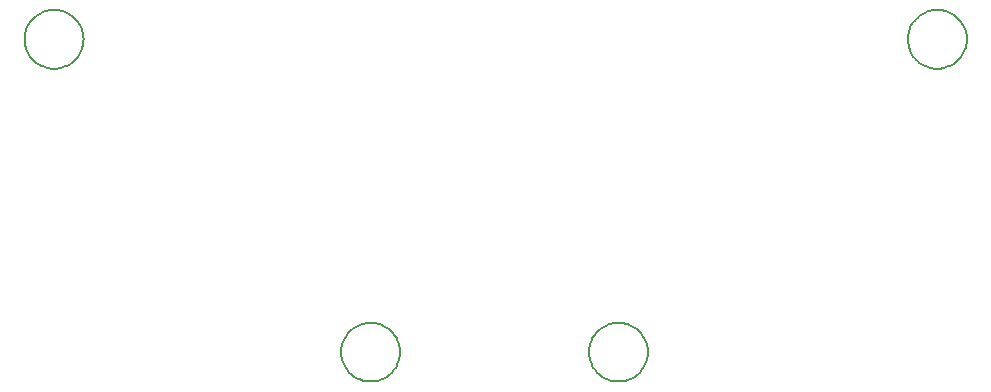
<source format=gko>
%FSTAX23Y23*%
%MOIN*%
%SFA1B1*%

%IPPOS*%
%ADD39C,0.008000*%
%LNpendulum-1*%
%LPD*%
G54D39*
X03287Y00689D02*
D01*
X03286Y00695*
X03286Y00702*
X03284Y00709*
X03283Y00716*
X03281Y00722*
X03278Y00728*
X03275Y00735*
X03272Y0074*
X03268Y00746*
X03264Y00751*
X03259Y00757*
X03254Y00761*
X03249Y00766*
X03243Y0077*
X03238Y00773*
X03231Y00777*
X03225Y00779*
X03219Y00782*
X03212Y00784*
X03206Y00785*
X03199Y00786*
X03192Y00786*
X03185*
X03178Y00786*
X03171Y00785*
X03165Y00784*
X03158Y00782*
X03152Y00779*
X03146Y00777*
X0314Y00773*
X03134Y0077*
X03128Y00766*
X03123Y00761*
X03118Y00757*
X03113Y00751*
X03109Y00746*
X03105Y0074*
X03102Y00735*
X03099Y00728*
X03096Y00722*
X03094Y00716*
X03093Y00709*
X03091Y00702*
X03091Y00695*
X03091Y00689*
X03091Y00682*
X03091Y00675*
X03093Y00668*
X03094Y00661*
X03096Y00655*
X03099Y00649*
X03102Y00642*
X03105Y00637*
X03109Y00631*
X03113Y00626*
X03118Y0062*
X03123Y00616*
X03128Y00611*
X03134Y00607*
X0314Y00604*
X03146Y006*
X03152Y00598*
X03158Y00595*
X03165Y00593*
X03171Y00592*
X03178Y00591*
X03185Y00591*
X03192*
X03199Y00591*
X03206Y00592*
X03212Y00593*
X03219Y00595*
X03225Y00598*
X03231Y006*
X03238Y00604*
X03243Y00607*
X03249Y00611*
X03254Y00616*
X03259Y0062*
X03264Y00626*
X03268Y00631*
X03272Y00637*
X03275Y00642*
X03278Y00649*
X03281Y00655*
X03283Y00661*
X03284Y00668*
X03286Y00675*
X03286Y00682*
X03287Y00689*
X02461D02*
D01*
X0246Y00695*
X0246Y00702*
X02458Y00709*
X02457Y00716*
X02455Y00722*
X02452Y00728*
X02449Y00735*
X02446Y0074*
X02442Y00746*
X02438Y00751*
X02433Y00757*
X02428Y00761*
X02423Y00766*
X02417Y0077*
X02412Y00773*
X02405Y00777*
X02399Y00779*
X02393Y00782*
X02386Y00784*
X0238Y00785*
X02373Y00786*
X02366Y00786*
X02359*
X02352Y00786*
X02345Y00785*
X02339Y00784*
X02332Y00782*
X02326Y00779*
X0232Y00777*
X02314Y00773*
X02308Y0077*
X02302Y00766*
X02297Y00761*
X02292Y00757*
X02287Y00751*
X02283Y00746*
X02279Y0074*
X02276Y00735*
X02273Y00728*
X0227Y00722*
X02268Y00716*
X02267Y00709*
X02265Y00702*
X02265Y00695*
X02265Y00689*
X02265Y00682*
X02265Y00675*
X02267Y00668*
X02268Y00661*
X0227Y00655*
X02273Y00649*
X02276Y00642*
X02279Y00637*
X02283Y00631*
X02287Y00626*
X02292Y0062*
X02297Y00616*
X02302Y00611*
X02308Y00607*
X02314Y00604*
X0232Y006*
X02326Y00598*
X02332Y00595*
X02339Y00593*
X02345Y00592*
X02352Y00591*
X02359Y00591*
X02366*
X02373Y00591*
X0238Y00592*
X02386Y00593*
X02393Y00595*
X02399Y00598*
X02405Y006*
X02412Y00604*
X02417Y00607*
X02423Y00611*
X02428Y00616*
X02433Y0062*
X02438Y00626*
X02442Y00631*
X02446Y00637*
X02449Y00642*
X02452Y00649*
X02455Y00655*
X02457Y00661*
X02458Y00668*
X0246Y00675*
X0246Y00682*
X02461Y00689*
X01406Y01732D02*
D01*
X01405Y01738*
X01405Y01745*
X01403Y01752*
X01402Y01759*
X014Y01765*
X01397Y01771*
X01394Y01778*
X01391Y01783*
X01387Y01789*
X01383Y01794*
X01378Y018*
X01373Y01804*
X01368Y01809*
X01362Y01813*
X01357Y01816*
X0135Y0182*
X01344Y01822*
X01338Y01825*
X01331Y01827*
X01325Y01828*
X01318Y01829*
X01311Y01829*
X01304*
X01297Y01829*
X0129Y01828*
X01284Y01827*
X01277Y01825*
X01271Y01822*
X01265Y0182*
X01259Y01816*
X01253Y01813*
X01247Y01809*
X01242Y01804*
X01237Y018*
X01232Y01794*
X01228Y01789*
X01224Y01783*
X01221Y01778*
X01218Y01771*
X01215Y01765*
X01213Y01759*
X01212Y01752*
X0121Y01745*
X0121Y01738*
X0121Y01732*
X0121Y01725*
X0121Y01718*
X01212Y01711*
X01213Y01704*
X01215Y01698*
X01218Y01692*
X01221Y01685*
X01224Y0168*
X01228Y01674*
X01232Y01669*
X01237Y01663*
X01242Y01659*
X01247Y01654*
X01253Y0165*
X01259Y01647*
X01265Y01643*
X01271Y01641*
X01277Y01638*
X01284Y01636*
X0129Y01635*
X01297Y01634*
X01304Y01634*
X01311*
X01318Y01634*
X01325Y01635*
X01331Y01636*
X01338Y01638*
X01344Y01641*
X0135Y01643*
X01357Y01647*
X01362Y0165*
X01368Y01654*
X01373Y01659*
X01378Y01663*
X01383Y01669*
X01387Y01674*
X01391Y0168*
X01394Y01685*
X01397Y01692*
X014Y01698*
X01402Y01704*
X01403Y01711*
X01405Y01718*
X01405Y01725*
X01406Y01732*
X0435D02*
D01*
X04349Y01738*
X04349Y01745*
X04347Y01752*
X04346Y01759*
X04344Y01765*
X04341Y01771*
X04338Y01778*
X04335Y01783*
X04331Y01789*
X04327Y01794*
X04322Y018*
X04317Y01804*
X04312Y01809*
X04306Y01813*
X04301Y01816*
X04294Y0182*
X04288Y01822*
X04282Y01825*
X04275Y01827*
X04269Y01828*
X04262Y01829*
X04255Y01829*
X04248*
X04241Y01829*
X04234Y01828*
X04228Y01827*
X04221Y01825*
X04215Y01822*
X04209Y0182*
X04203Y01816*
X04197Y01813*
X04191Y01809*
X04186Y01804*
X04181Y018*
X04176Y01794*
X04172Y01789*
X04168Y01783*
X04165Y01778*
X04162Y01771*
X04159Y01765*
X04157Y01759*
X04156Y01752*
X04154Y01745*
X04154Y01738*
X04154Y01732*
X04154Y01725*
X04154Y01718*
X04156Y01711*
X04157Y01704*
X04159Y01698*
X04162Y01692*
X04165Y01685*
X04168Y0168*
X04172Y01674*
X04176Y01669*
X04181Y01663*
X04186Y01659*
X04191Y01654*
X04197Y0165*
X04203Y01647*
X04209Y01643*
X04215Y01641*
X04221Y01638*
X04228Y01636*
X04234Y01635*
X04241Y01634*
X04248Y01634*
X04255*
X04262Y01634*
X04269Y01635*
X04275Y01636*
X04282Y01638*
X04288Y01641*
X04294Y01643*
X04301Y01647*
X04306Y0165*
X04312Y01654*
X04317Y01659*
X04322Y01663*
X04327Y01669*
X04331Y01674*
X04335Y0168*
X04338Y01685*
X04341Y01692*
X04344Y01698*
X04346Y01704*
X04347Y01711*
X04349Y01718*
X04349Y01725*
X0435Y01732*
M02*
</source>
